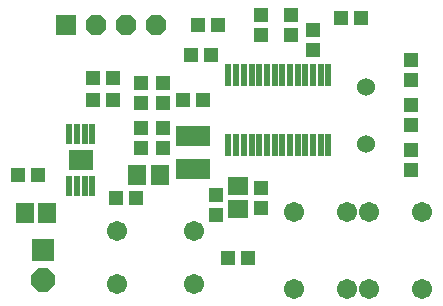
<source format=gts>
G75*
G70*
%OFA0B0*%
%FSLAX24Y24*%
%IPPOS*%
%LPD*%
%AMOC8*
5,1,8,0,0,1.08239X$1,22.5*
%
%ADD10R,0.0245X0.0781*%
%ADD11R,0.0474X0.0513*%
%ADD12R,0.0513X0.0474*%
%ADD13R,0.0671X0.0592*%
%ADD14R,0.1143X0.0710*%
%ADD15C,0.0600*%
%ADD16R,0.0237X0.0710*%
%ADD17R,0.0824X0.0698*%
%ADD18R,0.0592X0.0671*%
%ADD19R,0.0674X0.0674*%
%ADD20OC8,0.0674*%
%ADD21C,0.0674*%
%ADD22R,0.0780X0.0780*%
%ADD23OC8,0.0780*%
%ADD24C,0.0671*%
D10*
X008213Y005500D03*
X008469Y005500D03*
X008725Y005500D03*
X008981Y005500D03*
X009237Y005500D03*
X009493Y005500D03*
X009749Y005500D03*
X010005Y005500D03*
X010260Y005500D03*
X010516Y005500D03*
X010772Y005500D03*
X011028Y005500D03*
X011284Y005500D03*
X011540Y005500D03*
X011540Y007839D03*
X011284Y007839D03*
X011028Y007839D03*
X010772Y007839D03*
X010516Y007839D03*
X010260Y007839D03*
X010005Y007839D03*
X009749Y007839D03*
X009493Y007839D03*
X009237Y007839D03*
X008981Y007839D03*
X008725Y007839D03*
X008469Y007839D03*
X008213Y007839D03*
D11*
X009290Y009165D03*
X009290Y009835D03*
X010290Y009835D03*
X010290Y009165D03*
X011040Y009335D03*
X011040Y008665D03*
X014290Y008335D03*
X014290Y007665D03*
X014290Y006835D03*
X014290Y006165D03*
X014290Y005335D03*
X014290Y004665D03*
X009290Y004085D03*
X009290Y003415D03*
X007790Y003165D03*
X007790Y003835D03*
X006040Y005415D03*
X006040Y006085D03*
X005290Y006085D03*
X005290Y005415D03*
X005290Y006915D03*
X005290Y007585D03*
X006040Y007585D03*
X006040Y006915D03*
D12*
X006705Y007000D03*
X007375Y007000D03*
X007625Y008500D03*
X006955Y008500D03*
X007205Y009500D03*
X007875Y009500D03*
X004375Y007750D03*
X003705Y007750D03*
X003705Y007000D03*
X004375Y007000D03*
X001875Y004500D03*
X001205Y004500D03*
X004455Y003750D03*
X005125Y003750D03*
X008205Y001750D03*
X008875Y001750D03*
X011955Y009750D03*
X012625Y009750D03*
D13*
X008540Y004124D03*
X008540Y003376D03*
D14*
X007040Y004699D03*
X007040Y005801D03*
D15*
X012790Y005550D03*
X012790Y007450D03*
D16*
X003674Y005866D03*
X003418Y005866D03*
X003162Y005866D03*
X002906Y005866D03*
X002906Y004134D03*
X003162Y004134D03*
X003418Y004134D03*
X003674Y004134D03*
D17*
X003290Y005000D03*
D18*
X005166Y004500D03*
X005914Y004500D03*
X002164Y003250D03*
X001416Y003250D03*
D19*
X002790Y009500D03*
D20*
X003790Y009500D03*
X004790Y009500D03*
X005790Y009500D03*
D21*
X010404Y003280D03*
X012176Y003280D03*
X012904Y003280D03*
X014676Y003280D03*
X014676Y000720D03*
X012904Y000720D03*
X012176Y000720D03*
X010404Y000720D03*
X007070Y000864D03*
X007070Y002636D03*
X004510Y002636D03*
X004510Y000864D03*
D22*
X002040Y002000D03*
D23*
X002040Y001000D03*
D24*
X003290Y005000D03*
M02*

</source>
